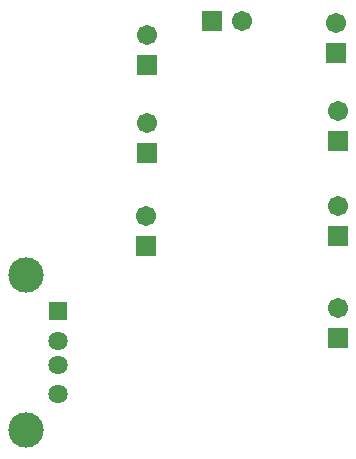
<source format=gts>
%FSLAX25Y25*%
%MOIN*%
G70*
G01*
G75*
G04 Layer_Color=8388736*
%ADD10C,0.06000*%
%ADD11C,0.01000*%
%ADD12R,0.05622X0.05622*%
%ADD13C,0.05622*%
%ADD14C,0.11024*%
%ADD15C,0.05906*%
%ADD16R,0.05906X0.05906*%
%ADD17R,0.05906X0.05906*%
%ADD18C,0.00400*%
%ADD19C,0.00500*%
%ADD20C,0.00787*%
%ADD21R,0.06422X0.06422*%
%ADD22C,0.06422*%
%ADD23C,0.11824*%
%ADD24C,0.06706*%
%ADD25R,0.06706X0.06706*%
%ADD26R,0.06706X0.06706*%
D21*
X296315Y324779D02*
D03*
D22*
Y314937D02*
D03*
Y307063D02*
D03*
Y297220D02*
D03*
D23*
X285685Y336866D02*
D03*
Y285134D02*
D03*
D24*
X326000Y417000D02*
D03*
X389500Y326000D02*
D03*
X326000Y387500D02*
D03*
X389500Y360000D02*
D03*
Y391500D02*
D03*
X325500Y356500D02*
D03*
X389000Y421000D02*
D03*
X357500Y421500D02*
D03*
D25*
X326000Y407000D02*
D03*
X389500Y316000D02*
D03*
X326000Y377500D02*
D03*
X389500Y350000D02*
D03*
Y381500D02*
D03*
X325500Y346500D02*
D03*
X389000Y411000D02*
D03*
D26*
X347500Y421500D02*
D03*
M02*

</source>
